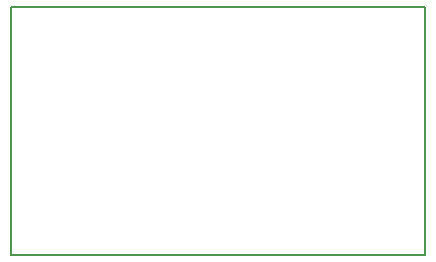
<source format=gbr>
G04 #@! TF.GenerationSoftware,KiCad,Pcbnew,5.0.2-bee76a0~70~ubuntu18.04.1*
G04 #@! TF.CreationDate,2020-01-02T20:25:09+01:00*
G04 #@! TF.ProjectId,roboy_sno,726f626f-795f-4736-9e6f-2e6b69636164,rev?*
G04 #@! TF.SameCoordinates,Original*
G04 #@! TF.FileFunction,Profile,NP*
%FSLAX46Y46*%
G04 Gerber Fmt 4.6, Leading zero omitted, Abs format (unit mm)*
G04 Created by KiCad (PCBNEW 5.0.2-bee76a0~70~ubuntu18.04.1) date Do 02 Jan 2020 20:25:09 CET*
%MOMM*%
%LPD*%
G01*
G04 APERTURE LIST*
%ADD10C,0.150000*%
G04 APERTURE END LIST*
D10*
X106000000Y-120000000D02*
X106000000Y-141000000D01*
X141000000Y-120000000D02*
X106000000Y-120000000D01*
X141000000Y-141000000D02*
X141000000Y-120000000D01*
X106000000Y-141000000D02*
X141000000Y-141000000D01*
M02*

</source>
